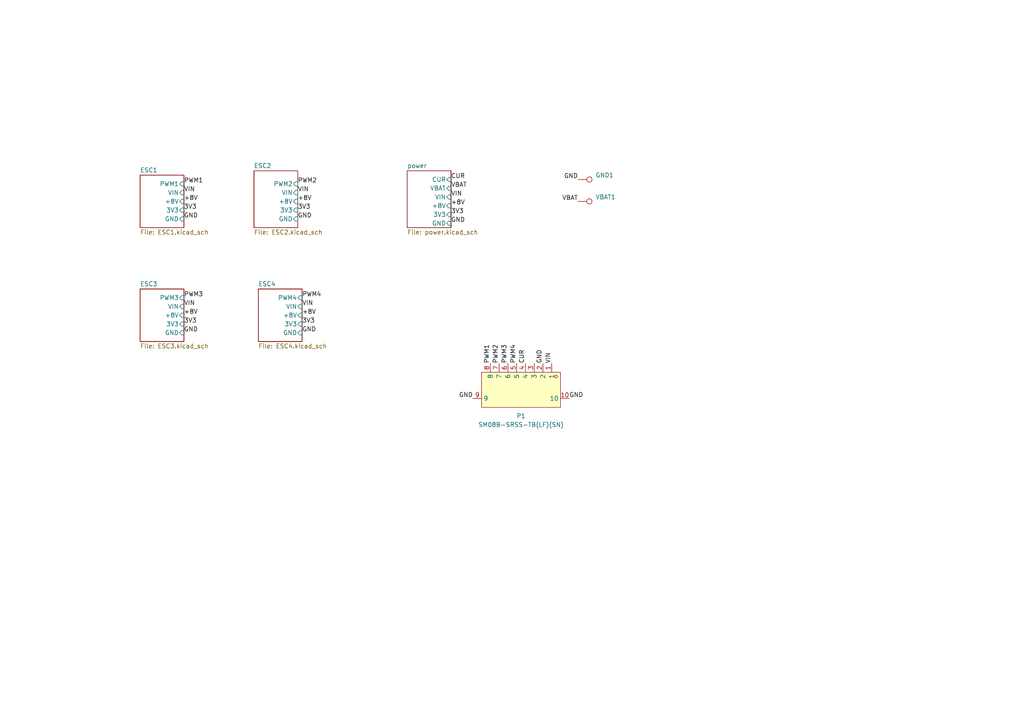
<source format=kicad_sch>
(kicad_sch
	(version 20250114)
	(generator "eeschema")
	(generator_version "9.0")
	(uuid "f20cc5c0-d10e-48d5-8e93-00ab2ba2139e")
	(paper "A4")
	(lib_symbols
		(symbol "Connector:TestPoint"
			(pin_numbers
				(hide yes)
			)
			(pin_names
				(offset 0.762)
				(hide yes)
			)
			(exclude_from_sim no)
			(in_bom yes)
			(on_board yes)
			(property "Reference" "TP"
				(at 0 6.858 0)
				(effects
					(font
						(size 1.27 1.27)
					)
				)
			)
			(property "Value" "TestPoint"
				(at 0 5.08 0)
				(effects
					(font
						(size 1.27 1.27)
					)
				)
			)
			(property "Footprint" ""
				(at 5.08 0 0)
				(effects
					(font
						(size 1.27 1.27)
					)
					(hide yes)
				)
			)
			(property "Datasheet" "~"
				(at 5.08 0 0)
				(effects
					(font
						(size 1.27 1.27)
					)
					(hide yes)
				)
			)
			(property "Description" "test point"
				(at 0 0 0)
				(effects
					(font
						(size 1.27 1.27)
					)
					(hide yes)
				)
			)
			(property "ki_keywords" "test point tp"
				(at 0 0 0)
				(effects
					(font
						(size 1.27 1.27)
					)
					(hide yes)
				)
			)
			(property "ki_fp_filters" "Pin* Test*"
				(at 0 0 0)
				(effects
					(font
						(size 1.27 1.27)
					)
					(hide yes)
				)
			)
			(symbol "TestPoint_0_1"
				(circle
					(center 0 3.302)
					(radius 0.762)
					(stroke
						(width 0)
						(type default)
					)
					(fill
						(type none)
					)
				)
			)
			(symbol "TestPoint_1_1"
				(pin passive line
					(at 0 0 90)
					(length 2.54)
					(name "1"
						(effects
							(font
								(size 1.27 1.27)
							)
						)
					)
					(number "1"
						(effects
							(font
								(size 1.27 1.27)
							)
						)
					)
				)
			)
			(embedded_fonts no)
		)
		(symbol "lcsc:SM08B-SRSS-TB(LF)(SN)"
			(exclude_from_sim no)
			(in_bom yes)
			(on_board yes)
			(property "Reference" "P"
				(at 0 17.78 0)
				(effects
					(font
						(size 1.27 1.27)
					)
				)
			)
			(property "Value" "SM08B-SRSS-TB(LF)(SN)"
				(at 0 -20.32 0)
				(effects
					(font
						(size 1.27 1.27)
					)
				)
			)
			(property "Footprint" "lcsc:CONN-TH_SM08B-SRSS-TB-LF-SN"
				(at 0 -22.86 0)
				(effects
					(font
						(size 1.27 1.27)
					)
					(hide yes)
				)
			)
			(property "Datasheet" "https://lcsc.com/product-detail/Others_JST-Sales-America__JST-Sales-America-SM08B-SRSS-TB-LF-SN_C160407.html"
				(at 0 -25.4 0)
				(effects
					(font
						(size 1.27 1.27)
					)
					(hide yes)
				)
			)
			(property "Description" ""
				(at 0 0 0)
				(effects
					(font
						(size 1.27 1.27)
					)
					(hide yes)
				)
			)
			(property "LCSC Part" "C160407"
				(at 0 -27.94 0)
				(effects
					(font
						(size 1.27 1.27)
					)
					(hide yes)
				)
			)
			(symbol "SM08B-SRSS-TB(LF)(SN)_0_1"
				(rectangle
					(start -2.54 10.16)
					(end 7.62 -12.7)
					(stroke
						(width 0)
						(type default)
					)
					(fill
						(type background)
					)
				)
				(circle
					(center -1.27 8.89)
					(radius 0.38)
					(stroke
						(width 0)
						(type default)
					)
					(fill
						(type none)
					)
				)
				(pin unspecified line
					(at -5.08 7.62 0)
					(length 2.54)
					(name "1"
						(effects
							(font
								(size 1.27 1.27)
							)
						)
					)
					(number "1"
						(effects
							(font
								(size 1.27 1.27)
							)
						)
					)
				)
				(pin unspecified line
					(at -5.08 5.08 0)
					(length 2.54)
					(name "2"
						(effects
							(font
								(size 1.27 1.27)
							)
						)
					)
					(number "2"
						(effects
							(font
								(size 1.27 1.27)
							)
						)
					)
				)
				(pin unspecified line
					(at -5.08 2.54 0)
					(length 2.54)
					(name "3"
						(effects
							(font
								(size 1.27 1.27)
							)
						)
					)
					(number "3"
						(effects
							(font
								(size 1.27 1.27)
							)
						)
					)
				)
				(pin unspecified line
					(at -5.08 0 0)
					(length 2.54)
					(name "4"
						(effects
							(font
								(size 1.27 1.27)
							)
						)
					)
					(number "4"
						(effects
							(font
								(size 1.27 1.27)
							)
						)
					)
				)
				(pin unspecified line
					(at -5.08 -2.54 0)
					(length 2.54)
					(name "5"
						(effects
							(font
								(size 1.27 1.27)
							)
						)
					)
					(number "5"
						(effects
							(font
								(size 1.27 1.27)
							)
						)
					)
				)
				(pin unspecified line
					(at -5.08 -5.08 0)
					(length 2.54)
					(name "6"
						(effects
							(font
								(size 1.27 1.27)
							)
						)
					)
					(number "6"
						(effects
							(font
								(size 1.27 1.27)
							)
						)
					)
				)
				(pin unspecified line
					(at -5.08 -7.62 0)
					(length 2.54)
					(name "7"
						(effects
							(font
								(size 1.27 1.27)
							)
						)
					)
					(number "7"
						(effects
							(font
								(size 1.27 1.27)
							)
						)
					)
				)
				(pin unspecified line
					(at -5.08 -10.16 0)
					(length 2.54)
					(name "8"
						(effects
							(font
								(size 1.27 1.27)
							)
						)
					)
					(number "8"
						(effects
							(font
								(size 1.27 1.27)
							)
						)
					)
				)
				(pin unspecified line
					(at 5.08 12.7 270)
					(length 2.54)
					(name "10"
						(effects
							(font
								(size 1.27 1.27)
							)
						)
					)
					(number "10"
						(effects
							(font
								(size 1.27 1.27)
							)
						)
					)
				)
				(pin unspecified line
					(at 5.08 -15.24 90)
					(length 2.54)
					(name "9"
						(effects
							(font
								(size 1.27 1.27)
							)
						)
					)
					(number "9"
						(effects
							(font
								(size 1.27 1.27)
							)
						)
					)
				)
			)
			(embedded_fonts no)
		)
	)
	(label "PWM2"
		(at 86.36 53.34 0)
		(effects
			(font
				(size 1.27 1.27)
			)
			(justify left bottom)
		)
		(uuid "0f1355ce-5479-402d-951a-3b7768e22dc2")
	)
	(label "VIN"
		(at 53.34 55.88 0)
		(effects
			(font
				(size 1.27 1.27)
			)
			(justify left bottom)
		)
		(uuid "117aaf29-0357-4d99-9c5a-695a5fcd3ead")
	)
	(label "GND"
		(at 165.1 115.57 0)
		(effects
			(font
				(size 1.27 1.27)
			)
			(justify left bottom)
		)
		(uuid "125fcb00-6615-4504-9471-e39a443061bc")
	)
	(label "VIN"
		(at 160.02 105.41 90)
		(effects
			(font
				(size 1.27 1.27)
			)
			(justify left bottom)
		)
		(uuid "23fb7a25-14bf-44e0-9331-e783b0ad1c25")
	)
	(label "GND"
		(at 87.63 96.52 0)
		(effects
			(font
				(size 1.27 1.27)
			)
			(justify left bottom)
		)
		(uuid "242261c6-7175-4610-96c8-788b2c225d6d")
	)
	(label "PWM2"
		(at 144.78 105.41 90)
		(effects
			(font
				(size 1.27 1.27)
			)
			(justify left bottom)
		)
		(uuid "29509b95-4051-4f04-8d88-a51e7079531d")
	)
	(label "CUR"
		(at 130.81 52.07 0)
		(effects
			(font
				(size 1.27 1.27)
			)
			(justify left bottom)
		)
		(uuid "38635315-8f8a-47da-a704-f346e6dc50f1")
	)
	(label "3V3"
		(at 86.36 60.96 0)
		(effects
			(font
				(size 1.27 1.27)
			)
			(justify left bottom)
		)
		(uuid "46eaae66-a4ea-4a56-83b9-bef284b9fa41")
	)
	(label "CUR"
		(at 152.4 105.41 90)
		(effects
			(font
				(size 1.27 1.27)
			)
			(justify left bottom)
		)
		(uuid "4e00a261-99e2-4162-9b15-d00586354098")
	)
	(label "VBAT"
		(at 167.64 58.42 180)
		(effects
			(font
				(size 1.27 1.27)
			)
			(justify right bottom)
		)
		(uuid "5460f2be-441c-4d91-a265-416e353d05bc")
	)
	(label "GND"
		(at 53.34 63.5 0)
		(effects
			(font
				(size 1.27 1.27)
			)
			(justify left bottom)
		)
		(uuid "584c0bf8-cd21-4013-8272-edd493115ec0")
	)
	(label "+8V"
		(at 130.81 59.69 0)
		(effects
			(font
				(size 1.27 1.27)
			)
			(justify left bottom)
		)
		(uuid "589ac0d7-5cc8-4ed2-856f-ce73e4fa327b")
	)
	(label "VIN"
		(at 87.63 88.9 0)
		(effects
			(font
				(size 1.27 1.27)
			)
			(justify left bottom)
		)
		(uuid "5c90b047-d946-4ae1-b5cb-7c375c273ea7")
	)
	(label "PWM1"
		(at 142.24 105.41 90)
		(effects
			(font
				(size 1.27 1.27)
			)
			(justify left bottom)
		)
		(uuid "5e279b70-ef3d-4c2e-b5a2-abdeec93abe6")
	)
	(label "GND"
		(at 86.36 63.5 0)
		(effects
			(font
				(size 1.27 1.27)
			)
			(justify left bottom)
		)
		(uuid "63da7bb2-681f-481b-ad9c-918a80b8a00a")
	)
	(label "3V3"
		(at 130.81 62.23 0)
		(effects
			(font
				(size 1.27 1.27)
			)
			(justify left bottom)
		)
		(uuid "6a3314d7-9e98-42f2-b304-ecac89b490f7")
	)
	(label "GND"
		(at 157.48 105.41 90)
		(effects
			(font
				(size 1.27 1.27)
			)
			(justify left bottom)
		)
		(uuid "6ecf76e4-7edd-4328-b65d-14985bc9feb7")
	)
	(label "PWM3"
		(at 53.34 86.36 0)
		(effects
			(font
				(size 1.27 1.27)
			)
			(justify left bottom)
		)
		(uuid "709c25d6-5f5e-4a3a-aaab-ec3aceec9803")
	)
	(label "PWM4"
		(at 87.63 86.36 0)
		(effects
			(font
				(size 1.27 1.27)
			)
			(justify left bottom)
		)
		(uuid "7c407a34-95fa-432b-9a51-b3837a87b10a")
	)
	(label "PWM4"
		(at 149.86 105.41 90)
		(effects
			(font
				(size 1.27 1.27)
			)
			(justify left bottom)
		)
		(uuid "7d43b61d-c2b3-4986-90c4-453e6fab50ce")
	)
	(label "VIN"
		(at 86.36 55.88 0)
		(effects
			(font
				(size 1.27 1.27)
			)
			(justify left bottom)
		)
		(uuid "88f731c4-b1b7-410e-bfae-c55e5605eb1e")
	)
	(label "3V3"
		(at 87.63 93.98 0)
		(effects
			(font
				(size 1.27 1.27)
			)
			(justify left bottom)
		)
		(uuid "8b2010db-d194-4462-87c6-f75c578a3e34")
	)
	(label "VIN"
		(at 130.81 57.15 0)
		(effects
			(font
				(size 1.27 1.27)
			)
			(justify left bottom)
		)
		(uuid "99262758-987a-4282-b6a6-8790321042e3")
	)
	(label "+8V"
		(at 53.34 91.44 0)
		(effects
			(font
				(size 1.27 1.27)
			)
			(justify left bottom)
		)
		(uuid "995c150e-2822-48c3-8848-737a7c3712b8")
	)
	(label "GND"
		(at 53.34 96.52 0)
		(effects
			(font
				(size 1.27 1.27)
			)
			(justify left bottom)
		)
		(uuid "a757adc5-a2e6-4d44-80f6-a2a2b302cc97")
	)
	(label "GND"
		(at 130.81 64.77 0)
		(effects
			(font
				(size 1.27 1.27)
			)
			(justify left bottom)
		)
		(uuid "b43fc92c-57c4-44e5-a6c5-20e5d3604100")
	)
	(label "3V3"
		(at 53.34 60.96 0)
		(effects
			(font
				(size 1.27 1.27)
			)
			(justify left bottom)
		)
		(uuid "bd6b588b-9721-4cde-9c82-7ac92a4f95ed")
	)
	(label "GND"
		(at 167.64 52.07 180)
		(effects
			(font
				(size 1.27 1.27)
			)
			(justify right bottom)
		)
		(uuid "be33606a-703f-4afa-aafb-c5b160e30418")
	)
	(label "+8V"
		(at 87.63 91.44 0)
		(effects
			(font
				(size 1.27 1.27)
			)
			(justify left bottom)
		)
		(uuid "c0a18193-000a-4f18-af8a-92013fff440d")
	)
	(label "VIN"
		(at 53.34 88.9 0)
		(effects
			(font
				(size 1.27 1.27)
			)
			(justify left bottom)
		)
		(uuid "c7abcb23-d789-4e72-a1eb-589bcf066d82")
	)
	(label "PWM1"
		(at 53.34 53.34 0)
		(effects
			(font
				(size 1.27 1.27)
			)
			(justify left bottom)
		)
		(uuid "d0571f83-3dca-456b-80d1-b8ac59206ee8")
	)
	(label "GND"
		(at 137.16 115.57 180)
		(effects
			(font
				(size 1.27 1.27)
			)
			(justify right bottom)
		)
		(uuid "d0ae7786-afb9-4e3c-905a-765b038f07a0")
	)
	(label "+8V"
		(at 53.34 58.42 0)
		(effects
			(font
				(size 1.27 1.27)
			)
			(justify left bottom)
		)
		(uuid "d11375b6-ac7a-41e1-9ef5-78f27b5ff575")
	)
	(label "PWM3"
		(at 147.32 105.41 90)
		(effects
			(font
				(size 1.27 1.27)
			)
			(justify left bottom)
		)
		(uuid "d7f612ed-97c6-4efd-8f4f-87af6b23b825")
	)
	(label "3V3"
		(at 53.34 93.98 0)
		(effects
			(font
				(size 1.27 1.27)
			)
			(justify left bottom)
		)
		(uuid "dce847e1-b27a-46fe-93e0-9c0cd25936b1")
	)
	(label "VBAT"
		(at 130.81 54.61 0)
		(effects
			(font
				(size 1.27 1.27)
			)
			(justify left bottom)
		)
		(uuid "e1fec3cf-be41-4514-84be-d49e9d1703b3")
	)
	(label "+8V"
		(at 86.36 58.42 0)
		(effects
			(font
				(size 1.27 1.27)
			)
			(justify left bottom)
		)
		(uuid "f64047f6-3910-459e-80d8-18485c7eae78")
	)
	(symbol
		(lib_id "lcsc:SM08B-SRSS-TB(LF)(SN)")
		(at 152.4 110.49 270)
		(unit 1)
		(exclude_from_sim no)
		(in_bom yes)
		(on_board yes)
		(dnp no)
		(fields_autoplaced yes)
		(uuid "8d19e241-5136-4be2-b0c5-4619bb7cc255")
		(property "Reference" "P1"
			(at 151.13 120.65 90)
			(effects
				(font
					(size 1.27 1.27)
				)
			)
		)
		(property "Value" "SM08B-SRSS-TB(LF)(SN)"
			(at 151.13 123.19 90)
			(effects
				(font
					(size 1.27 1.27)
				)
			)
		)
		(property "Footprint" "lcsc:CONN-TH_SM08B-SRSS-TB-LF-SN"
			(at 129.54 110.49 0)
			(effects
				(font
					(size 1.27 1.27)
				)
				(hide yes)
			)
		)
		(property "Datasheet" "https://lcsc.com/product-detail/Others_JST-Sales-America__JST-Sales-America-SM08B-SRSS-TB-LF-SN_C160407.html"
			(at 127 110.49 0)
			(effects
				(font
					(size 1.27 1.27)
				)
				(hide yes)
			)
		)
		(property "Description" ""
			(at 152.4 110.49 0)
			(effects
				(font
					(size 1.27 1.27)
				)
				(hide yes)
			)
		)
		(property "LCSC Part" "C160407"
			(at 124.46 110.49 0)
			(effects
				(font
					(size 1.27 1.27)
				)
				(hide yes)
			)
		)
		(pin "4"
			(uuid "06343560-dc84-455a-88a0-46825cb72c84")
		)
		(pin "8"
			(uuid "739fd6ba-94ab-4f5c-81ed-53702ef2acfb")
		)
		(pin "1"
			(uuid "7dbd01bf-9eec-48fa-b011-68d288f84746")
		)
		(pin "5"
			(uuid "3a504fc0-fcad-4710-bf79-4cd58426388c")
		)
		(pin "3"
			(uuid "3248e26b-0e5e-4bbc-acab-4a740f7dc635")
		)
		(pin "9"
			(uuid "023eab28-b729-4d45-b790-6f2ab5ea8a3b")
		)
		(pin "7"
			(uuid "a1cecbec-30a8-4389-8741-e630e26fe861")
		)
		(pin "6"
			(uuid "c75e0939-5e37-4fa2-9c59-8512634a395c")
		)
		(pin "10"
			(uuid "43c7ff9c-30b7-4550-9d04-48156c871590")
		)
		(pin "2"
			(uuid "bfb5aba7-3c4a-4b2b-b30f-a925223e4a39")
		)
		(instances
			(project ""
				(path "/f20cc5c0-d10e-48d5-8e93-00ab2ba2139e"
					(reference "P1")
					(unit 1)
				)
			)
		)
	)
	(symbol
		(lib_id "Connector:TestPoint")
		(at 167.64 52.07 270)
		(unit 1)
		(exclude_from_sim no)
		(in_bom yes)
		(on_board yes)
		(dnp no)
		(fields_autoplaced yes)
		(uuid "b128394c-b215-45ef-94fa-417c468a465b")
		(property "Reference" "GND1"
			(at 172.72 50.7999 90)
			(effects
				(font
					(size 1.27 1.27)
				)
				(justify left)
			)
		)
		(property "Value" "TestPoint"
			(at 172.72 53.3399 90)
			(effects
				(font
					(size 1.27 1.27)
				)
				(justify left)
				(hide yes)
			)
		)
		(property "Footprint" "Custom:VBAT"
			(at 167.64 57.15 0)
			(effects
				(font
					(size 1.27 1.27)
				)
				(hide yes)
			)
		)
		(property "Datasheet" "~"
			(at 167.64 57.15 0)
			(effects
				(font
					(size 1.27 1.27)
				)
				(hide yes)
			)
		)
		(property "Description" "test point"
			(at 167.64 52.07 0)
			(effects
				(font
					(size 1.27 1.27)
				)
				(hide yes)
			)
		)
		(pin "1"
			(uuid "7fea3330-205e-41a8-82dd-9a9774616072")
		)
		(instances
			(project ""
				(path "/f20cc5c0-d10e-48d5-8e93-00ab2ba2139e"
					(reference "GND1")
					(unit 1)
				)
			)
		)
	)
	(symbol
		(lib_id "Connector:TestPoint")
		(at 167.64 58.42 270)
		(unit 1)
		(exclude_from_sim no)
		(in_bom yes)
		(on_board yes)
		(dnp no)
		(fields_autoplaced yes)
		(uuid "daf0bd31-8c10-4100-8501-b2d2dbe6c718")
		(property "Reference" "VBAT1"
			(at 172.72 57.1499 90)
			(effects
				(font
					(size 1.27 1.27)
				)
				(justify left)
			)
		)
		(property "Value" "TestPoint"
			(at 172.72 59.6899 90)
			(effects
				(font
					(size 1.27 1.27)
				)
				(justify left)
				(hide yes)
			)
		)
		(property "Footprint" "Custom:VBAT"
			(at 167.64 63.5 0)
			(effects
				(font
					(size 1.27 1.27)
				)
				(hide yes)
			)
		)
		(property "Datasheet" "~"
			(at 167.64 63.5 0)
			(effects
				(font
					(size 1.27 1.27)
				)
				(hide yes)
			)
		)
		(property "Description" "test point"
			(at 167.64 58.42 0)
			(effects
				(font
					(size 1.27 1.27)
				)
				(hide yes)
			)
		)
		(pin "1"
			(uuid "278a96b4-3a99-466e-a7d2-0f08bfd0f12d")
		)
		(instances
			(project "esc"
				(path "/f20cc5c0-d10e-48d5-8e93-00ab2ba2139e"
					(reference "VBAT1")
					(unit 1)
				)
			)
		)
	)
	(sheet
		(at 40.64 83.82)
		(size 12.7 15.24)
		(exclude_from_sim no)
		(in_bom yes)
		(on_board yes)
		(dnp no)
		(fields_autoplaced yes)
		(stroke
			(width 0.1524)
			(type solid)
		)
		(fill
			(color 0 0 0 0.0000)
		)
		(uuid "1182452e-aa5d-421e-a302-a6886c194dcb")
		(property "Sheetname" "ESC3"
			(at 40.64 83.1084 0)
			(effects
				(font
					(size 1.27 1.27)
				)
				(justify left bottom)
			)
		)
		(property "Sheetfile" "ESC3.kicad_sch"
			(at 40.64 99.6446 0)
			(effects
				(font
					(size 1.27 1.27)
				)
				(justify left top)
			)
		)
		(pin "GND" input
			(at 53.34 96.52 0)
			(uuid "6e4c1764-2d99-487f-81f4-2ee674eb04a9")
			(effects
				(font
					(size 1.27 1.27)
				)
				(justify right)
			)
		)
		(pin "+8V" input
			(at 53.34 91.44 0)
			(uuid "22784e47-9e88-45e0-84c5-9ee1a3a506bb")
			(effects
				(font
					(size 1.27 1.27)
				)
				(justify right)
			)
		)
		(pin "3V3" input
			(at 53.34 93.98 0)
			(uuid "bddcb959-9c04-428a-bb9f-87f941b7aaad")
			(effects
				(font
					(size 1.27 1.27)
				)
				(justify right)
			)
		)
		(pin "VIN" input
			(at 53.34 88.9 0)
			(uuid "5b7cbdbc-3848-43a5-94b3-fc61766d65e6")
			(effects
				(font
					(size 1.27 1.27)
				)
				(justify right)
			)
		)
		(pin "PWM3" input
			(at 53.34 86.36 0)
			(uuid "6dfff9d5-a650-4f54-afa4-adf0c26244ab")
			(effects
				(font
					(size 1.27 1.27)
				)
				(justify right)
			)
		)
		(instances
			(project "esc"
				(path "/f20cc5c0-d10e-48d5-8e93-00ab2ba2139e"
					(page "4")
				)
			)
		)
	)
	(sheet
		(at 73.66 49.53)
		(size 12.7 16.51)
		(exclude_from_sim no)
		(in_bom yes)
		(on_board yes)
		(dnp no)
		(fields_autoplaced yes)
		(stroke
			(width 0.1524)
			(type solid)
		)
		(fill
			(color 0 0 0 0.0000)
		)
		(uuid "654c2441-c6b0-46ed-a744-a3153d6ec760")
		(property "Sheetname" "ESC2"
			(at 73.66 48.8184 0)
			(effects
				(font
					(size 1.27 1.27)
				)
				(justify left bottom)
			)
		)
		(property "Sheetfile" "ESC2.kicad_sch"
			(at 73.66 66.6246 0)
			(effects
				(font
					(size 1.27 1.27)
				)
				(justify left top)
			)
		)
		(property "Field2" ""
			(at 73.66 49.53 0)
			(effects
				(font
					(size 1.27 1.27)
				)
			)
		)
		(pin "GND" input
			(at 86.36 63.5 0)
			(uuid "8ebe1a6a-1461-4f22-86ed-b39692798861")
			(effects
				(font
					(size 1.27 1.27)
				)
				(justify right)
			)
		)
		(pin "+8V" input
			(at 86.36 58.42 0)
			(uuid "f49ce584-0c66-4457-afd2-8cf21cbe70fd")
			(effects
				(font
					(size 1.27 1.27)
				)
				(justify right)
			)
		)
		(pin "VIN" input
			(at 86.36 55.88 0)
			(uuid "aa5a389f-1f3b-4baa-9cc9-2524b76b9e8b")
			(effects
				(font
					(size 1.27 1.27)
				)
				(justify right)
			)
		)
		(pin "3V3" input
			(at 86.36 60.96 0)
			(uuid "9b6f502a-30d2-4f02-bfa6-18d8765dd81b")
			(effects
				(font
					(size 1.27 1.27)
				)
				(justify right)
			)
		)
		(pin "PWM2" input
			(at 86.36 53.34 0)
			(uuid "6c87c67a-c40a-48a3-8118-dcb3467de974")
			(effects
				(font
					(size 1.27 1.27)
				)
				(justify right)
			)
		)
		(instances
			(project "esc"
				(path "/f20cc5c0-d10e-48d5-8e93-00ab2ba2139e"
					(page "3")
				)
			)
		)
	)
	(sheet
		(at 40.64 50.8)
		(size 12.7 15.24)
		(exclude_from_sim no)
		(in_bom yes)
		(on_board yes)
		(dnp no)
		(fields_autoplaced yes)
		(stroke
			(width 0.1524)
			(type solid)
		)
		(fill
			(color 0 0 0 0.0000)
		)
		(uuid "71fff224-b2a4-4c18-911d-03d5e91dc88b")
		(property "Sheetname" "ESC1"
			(at 40.64 50.0884 0)
			(effects
				(font
					(size 1.27 1.27)
				)
				(justify left bottom)
			)
		)
		(property "Sheetfile" "ESC1.kicad_sch"
			(at 40.64 66.6246 0)
			(effects
				(font
					(size 1.27 1.27)
				)
				(justify left top)
			)
		)
		(property "Field2" ""
			(at 40.64 50.8 0)
			(effects
				(font
					(size 1.27 1.27)
				)
			)
		)
		(pin "+8V" input
			(at 53.34 58.42 0)
			(uuid "40499a95-5605-4b45-8e54-0a63c28ca44d")
			(effects
				(font
					(size 1.27 1.27)
				)
				(justify right)
			)
		)
		(pin "GND" input
			(at 53.34 63.5 0)
			(uuid "feed6362-59b2-4d27-8acb-6f0cf87d2ca4")
			(effects
				(font
					(size 1.27 1.27)
				)
				(justify right)
			)
		)
		(pin "PWM1" input
			(at 53.34 53.34 0)
			(uuid "7c5f3b96-76d5-4fb2-9c9a-a38dfc33273d")
			(effects
				(font
					(size 1.27 1.27)
				)
				(justify right)
			)
		)
		(pin "VIN" input
			(at 53.34 55.88 0)
			(uuid "1c775262-84c4-465b-ab41-88ea212370d2")
			(effects
				(font
					(size 1.27 1.27)
				)
				(justify right)
			)
		)
		(pin "3V3" input
			(at 53.34 60.96 0)
			(uuid "3533d1d0-c3df-4fe4-b6f9-9ab8f4526853")
			(effects
				(font
					(size 1.27 1.27)
				)
				(justify right)
			)
		)
		(instances
			(project "esc"
				(path "/f20cc5c0-d10e-48d5-8e93-00ab2ba2139e"
					(page "2")
				)
			)
		)
	)
	(sheet
		(at 118.11 49.53)
		(size 12.7 16.51)
		(exclude_from_sim no)
		(in_bom yes)
		(on_board yes)
		(dnp no)
		(fields_autoplaced yes)
		(stroke
			(width 0.1524)
			(type solid)
		)
		(fill
			(color 0 0 0 0.0000)
		)
		(uuid "78cabb01-554d-4018-a878-8cce1c7e60fb")
		(property "Sheetname" "power"
			(at 118.11 48.8184 0)
			(effects
				(font
					(size 1.27 1.27)
				)
				(justify left bottom)
			)
		)
		(property "Sheetfile" "power.kicad_sch"
			(at 118.11 66.6246 0)
			(effects
				(font
					(size 1.27 1.27)
				)
				(justify left top)
			)
		)
		(property "Field2" ""
			(at 118.11 49.53 0)
			(effects
				(font
					(size 1.27 1.27)
				)
			)
		)
		(pin "3V3" input
			(at 130.81 62.23 0)
			(uuid "acfa518b-bfe8-49d7-bdeb-4d95c57ad551")
			(effects
				(font
					(size 1.27 1.27)
				)
				(justify right)
			)
		)
		(pin "VBAT" input
			(at 130.81 54.61 0)
			(uuid "8d69daa5-a166-4ec4-8e3d-c33081732a4c")
			(effects
				(font
					(size 1.27 1.27)
				)
				(justify right)
			)
		)
		(pin "CUR" input
			(at 130.81 52.07 0)
			(uuid "3abfa87f-9261-4f50-aa8b-d622dff18ac8")
			(effects
				(font
					(size 1.27 1.27)
				)
				(justify right)
			)
		)
		(pin "GND" input
			(at 130.81 64.77 0)
			(uuid "177dacf2-41c5-4264-9c03-041b4121a86e")
			(effects
				(font
					(size 1.27 1.27)
				)
				(justify right)
			)
		)
		(pin "VIN" input
			(at 130.81 57.15 0)
			(uuid "6823b92b-860d-428e-ad2c-e2a060837d21")
			(effects
				(font
					(size 1.27 1.27)
				)
				(justify right)
			)
		)
		(pin "+8V" input
			(at 130.81 59.69 0)
			(uuid "525acb0b-dfb5-4b91-ac17-aa7973311632")
			(effects
				(font
					(size 1.27 1.27)
				)
				(justify right)
			)
		)
		(instances
			(project "esc"
				(path "/f20cc5c0-d10e-48d5-8e93-00ab2ba2139e"
					(page "6")
				)
			)
		)
	)
	(sheet
		(at 74.93 83.82)
		(size 12.7 15.24)
		(exclude_from_sim no)
		(in_bom yes)
		(on_board yes)
		(dnp no)
		(fields_autoplaced yes)
		(stroke
			(width 0.1524)
			(type solid)
		)
		(fill
			(color 0 0 0 0.0000)
		)
		(uuid "81eaf647-c6d7-4098-a7d2-154e717238e6")
		(property "Sheetname" "ESC4"
			(at 74.93 83.1084 0)
			(effects
				(font
					(size 1.27 1.27)
				)
				(justify left bottom)
			)
		)
		(property "Sheetfile" "ESC4.kicad_sch"
			(at 74.93 99.6446 0)
			(effects
				(font
					(size 1.27 1.27)
				)
				(justify left top)
			)
		)
		(pin "GND" input
			(at 87.63 96.52 0)
			(uuid "8d5b28ec-7b2c-477a-9d80-eb896f18c774")
			(effects
				(font
					(size 1.27 1.27)
				)
				(justify right)
			)
		)
		(pin "3V3" input
			(at 87.63 93.98 0)
			(uuid "a9903e24-f60e-4d3d-a2fe-8d79aa559507")
			(effects
				(font
					(size 1.27 1.27)
				)
				(justify right)
			)
		)
		(pin "VIN" input
			(at 87.63 88.9 0)
			(uuid "241b53fb-268d-46d0-badb-4a73a7acc2f4")
			(effects
				(font
					(size 1.27 1.27)
				)
				(justify right)
			)
		)
		(pin "+8V" input
			(at 87.63 91.44 0)
			(uuid "553fce70-4042-4ebc-903c-9afede5128f5")
			(effects
				(font
					(size 1.27 1.27)
				)
				(justify right)
			)
		)
		(pin "PWM4" input
			(at 87.63 86.36 0)
			(uuid "f320fe5a-0bca-4d74-a6a8-4a7f7635bdac")
			(effects
				(font
					(size 1.27 1.27)
				)
				(justify right)
			)
		)
		(instances
			(project "esc"
				(path "/f20cc5c0-d10e-48d5-8e93-00ab2ba2139e"
					(page "5")
				)
			)
		)
	)
	(sheet_instances
		(path "/"
			(page "1")
		)
	)
	(embedded_fonts no)
)

</source>
